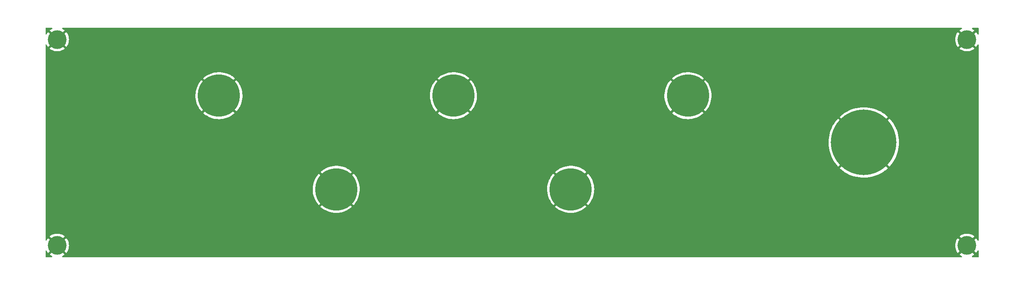
<source format=gbr>
G04 #@! TF.GenerationSoftware,KiCad,Pcbnew,(6.0.5)*
G04 #@! TF.CreationDate,2022-06-09T22:20:49-05:00*
G04 #@! TF.ProjectId,KosmoVoltsPanel,4b6f736d-6f56-46f6-9c74-7350616e656c,rev?*
G04 #@! TF.SameCoordinates,Original*
G04 #@! TF.FileFunction,Copper,L1,Top*
G04 #@! TF.FilePolarity,Positive*
%FSLAX46Y46*%
G04 Gerber Fmt 4.6, Leading zero omitted, Abs format (unit mm)*
G04 Created by KiCad (PCBNEW (6.0.5)) date 2022-06-09 22:20:49*
%MOMM*%
%LPD*%
G01*
G04 APERTURE LIST*
G04 #@! TA.AperFunction,ComponentPad*
%ADD10C,4.000000*%
G04 #@! TD*
G04 #@! TA.AperFunction,ComponentPad*
%ADD11C,9.000000*%
G04 #@! TD*
G04 #@! TA.AperFunction,ComponentPad*
%ADD12C,14.000000*%
G04 #@! TD*
G04 APERTURE END LIST*
D10*
X33000000Y-78000000D03*
X33000000Y-122000000D03*
D11*
X92500000Y-110000000D03*
X117500000Y-90000000D03*
D10*
X227000000Y-78000000D03*
D11*
X167500000Y-90000000D03*
X67500000Y-90000000D03*
D10*
X227000000Y-122000000D03*
D12*
X205000000Y-100000000D03*
D11*
X142500000Y-110000000D03*
G04 #@! TA.AperFunction,Conductor*
G36*
X31903424Y-75528502D02*
G01*
X31949917Y-75582158D01*
X31960021Y-75652432D01*
X31930527Y-75717012D01*
X31896004Y-75744915D01*
X31656961Y-75876330D01*
X31650281Y-75880570D01*
X31427177Y-76042664D01*
X31418754Y-76053587D01*
X31425658Y-76066448D01*
X32987188Y-77627978D01*
X33001132Y-77635592D01*
X33002965Y-77635461D01*
X33009580Y-77631210D01*
X34574666Y-76066124D01*
X34581279Y-76054013D01*
X34572452Y-76042395D01*
X34349719Y-75880570D01*
X34343039Y-75876330D01*
X34103996Y-75744915D01*
X34053937Y-75694569D01*
X34039044Y-75625152D01*
X34064045Y-75558703D01*
X34121002Y-75516319D01*
X34164697Y-75508500D01*
X225835303Y-75508500D01*
X225903424Y-75528502D01*
X225949917Y-75582158D01*
X225960021Y-75652432D01*
X225930527Y-75717012D01*
X225896004Y-75744915D01*
X225656961Y-75876330D01*
X225650281Y-75880570D01*
X225427177Y-76042664D01*
X225418754Y-76053587D01*
X225425658Y-76066448D01*
X226987188Y-77627978D01*
X227001132Y-77635592D01*
X227002965Y-77635461D01*
X227009580Y-77631210D01*
X228574666Y-76066124D01*
X228581279Y-76054013D01*
X228572452Y-76042395D01*
X228349719Y-75880570D01*
X228343039Y-75876330D01*
X228103996Y-75744915D01*
X228053937Y-75694569D01*
X228039044Y-75625152D01*
X228064045Y-75558703D01*
X228121002Y-75516319D01*
X228164697Y-75508500D01*
X229365500Y-75508500D01*
X229433621Y-75528502D01*
X229480114Y-75582158D01*
X229491500Y-75634500D01*
X229491500Y-76840640D01*
X229471498Y-76908761D01*
X229417842Y-76955254D01*
X229347568Y-76965358D01*
X229282988Y-76935864D01*
X229251492Y-76894288D01*
X229203810Y-76792959D01*
X229199999Y-76786026D01*
X229035149Y-76526264D01*
X229030505Y-76519871D01*
X228955503Y-76429210D01*
X228942986Y-76420755D01*
X228932248Y-76426962D01*
X227372022Y-77987188D01*
X227364408Y-78001132D01*
X227364539Y-78002965D01*
X227368790Y-78009580D01*
X228931145Y-79571935D01*
X228944407Y-79579177D01*
X228954512Y-79571988D01*
X229030505Y-79480129D01*
X229035149Y-79473736D01*
X229199999Y-79213974D01*
X229203810Y-79207041D01*
X229251492Y-79105712D01*
X229298594Y-79052591D01*
X229366939Y-79033368D01*
X229434827Y-79054147D01*
X229480704Y-79108330D01*
X229491500Y-79159360D01*
X229491500Y-120840640D01*
X229471498Y-120908761D01*
X229417842Y-120955254D01*
X229347568Y-120965358D01*
X229282988Y-120935864D01*
X229251492Y-120894288D01*
X229203810Y-120792959D01*
X229199999Y-120786026D01*
X229035149Y-120526264D01*
X229030505Y-120519871D01*
X228955503Y-120429210D01*
X228942986Y-120420755D01*
X228932248Y-120426962D01*
X227372022Y-121987188D01*
X227364408Y-122001132D01*
X227364539Y-122002965D01*
X227368790Y-122009580D01*
X228931145Y-123571935D01*
X228944407Y-123579177D01*
X228954512Y-123571988D01*
X229030505Y-123480129D01*
X229035149Y-123473736D01*
X229199999Y-123213974D01*
X229203810Y-123207041D01*
X229251492Y-123105712D01*
X229298594Y-123052591D01*
X229366939Y-123033368D01*
X229434827Y-123054147D01*
X229480704Y-123108330D01*
X229491500Y-123159360D01*
X229491500Y-124365500D01*
X229471498Y-124433621D01*
X229417842Y-124480114D01*
X229365500Y-124491500D01*
X228164697Y-124491500D01*
X228096576Y-124471498D01*
X228050083Y-124417842D01*
X228039979Y-124347568D01*
X228069473Y-124282988D01*
X228103996Y-124255085D01*
X228343039Y-124123670D01*
X228349719Y-124119430D01*
X228572823Y-123957336D01*
X228581246Y-123946413D01*
X228574342Y-123933552D01*
X227012812Y-122372022D01*
X226998868Y-122364408D01*
X226997035Y-122364539D01*
X226990420Y-122368790D01*
X225425334Y-123933876D01*
X225418721Y-123945987D01*
X225427548Y-123957605D01*
X225650281Y-124119430D01*
X225656961Y-124123670D01*
X225896004Y-124255085D01*
X225946063Y-124305431D01*
X225960956Y-124374848D01*
X225935955Y-124441297D01*
X225878998Y-124483681D01*
X225835303Y-124491500D01*
X34164697Y-124491500D01*
X34096576Y-124471498D01*
X34050083Y-124417842D01*
X34039979Y-124347568D01*
X34069473Y-124282988D01*
X34103996Y-124255085D01*
X34343039Y-124123670D01*
X34349719Y-124119430D01*
X34572823Y-123957336D01*
X34581246Y-123946413D01*
X34574342Y-123933552D01*
X33012812Y-122372022D01*
X32998868Y-122364408D01*
X32997035Y-122364539D01*
X32990420Y-122368790D01*
X31425334Y-123933876D01*
X31418721Y-123945987D01*
X31427548Y-123957605D01*
X31650281Y-124119430D01*
X31656961Y-124123670D01*
X31896004Y-124255085D01*
X31946063Y-124305431D01*
X31960956Y-124374848D01*
X31935955Y-124441297D01*
X31878998Y-124483681D01*
X31835303Y-124491500D01*
X30634500Y-124491500D01*
X30566379Y-124471498D01*
X30519886Y-124417842D01*
X30508500Y-124365500D01*
X30508500Y-123159360D01*
X30528502Y-123091239D01*
X30582158Y-123044746D01*
X30652432Y-123034642D01*
X30717012Y-123064136D01*
X30748508Y-123105712D01*
X30796190Y-123207041D01*
X30800001Y-123213974D01*
X30964851Y-123473736D01*
X30969495Y-123480129D01*
X31044497Y-123570790D01*
X31057014Y-123579245D01*
X31067752Y-123573038D01*
X32627978Y-122012812D01*
X32634356Y-122001132D01*
X33364408Y-122001132D01*
X33364539Y-122002965D01*
X33368790Y-122009580D01*
X34931145Y-123571935D01*
X34944407Y-123579177D01*
X34954512Y-123571988D01*
X35030505Y-123480129D01*
X35035149Y-123473736D01*
X35199999Y-123213974D01*
X35203811Y-123207041D01*
X35334801Y-122928672D01*
X35337716Y-122921309D01*
X35432783Y-122628723D01*
X35434754Y-122621046D01*
X35492400Y-122318855D01*
X35493393Y-122310994D01*
X35512710Y-122003958D01*
X224487290Y-122003958D01*
X224506607Y-122310994D01*
X224507600Y-122318855D01*
X224565246Y-122621046D01*
X224567217Y-122628723D01*
X224662284Y-122921309D01*
X224665199Y-122928672D01*
X224796189Y-123207041D01*
X224800001Y-123213974D01*
X224964851Y-123473736D01*
X224969495Y-123480129D01*
X225044497Y-123570790D01*
X225057014Y-123579245D01*
X225067752Y-123573038D01*
X226627978Y-122012812D01*
X226635592Y-121998868D01*
X226635461Y-121997035D01*
X226631210Y-121990420D01*
X225068855Y-120428065D01*
X225055593Y-120420823D01*
X225045488Y-120428012D01*
X224969495Y-120519871D01*
X224964851Y-120526264D01*
X224800001Y-120786026D01*
X224796189Y-120792959D01*
X224665199Y-121071328D01*
X224662284Y-121078691D01*
X224567217Y-121371277D01*
X224565246Y-121378954D01*
X224507600Y-121681145D01*
X224506607Y-121689006D01*
X224487290Y-121996042D01*
X224487290Y-122003958D01*
X35512710Y-122003958D01*
X35512710Y-121996042D01*
X35493393Y-121689006D01*
X35492400Y-121681145D01*
X35434754Y-121378954D01*
X35432783Y-121371277D01*
X35337716Y-121078691D01*
X35334801Y-121071328D01*
X35203811Y-120792959D01*
X35199999Y-120786026D01*
X35035149Y-120526264D01*
X35030505Y-120519871D01*
X34955503Y-120429210D01*
X34942986Y-120420755D01*
X34932248Y-120426962D01*
X33372022Y-121987188D01*
X33364408Y-122001132D01*
X32634356Y-122001132D01*
X32635592Y-121998868D01*
X32635461Y-121997035D01*
X32631210Y-121990420D01*
X31068855Y-120428065D01*
X31055593Y-120420823D01*
X31045488Y-120428012D01*
X30969495Y-120519871D01*
X30964851Y-120526264D01*
X30800001Y-120786026D01*
X30796190Y-120792959D01*
X30748508Y-120894288D01*
X30701406Y-120947409D01*
X30633061Y-120966632D01*
X30565173Y-120945853D01*
X30519296Y-120891670D01*
X30508500Y-120840640D01*
X30508500Y-120053587D01*
X31418754Y-120053587D01*
X31425658Y-120066448D01*
X32987188Y-121627978D01*
X33001132Y-121635592D01*
X33002965Y-121635461D01*
X33009580Y-121631210D01*
X34574666Y-120066124D01*
X34581279Y-120054013D01*
X34580955Y-120053587D01*
X225418754Y-120053587D01*
X225425658Y-120066448D01*
X226987188Y-121627978D01*
X227001132Y-121635592D01*
X227002965Y-121635461D01*
X227009580Y-121631210D01*
X228574666Y-120066124D01*
X228581279Y-120054013D01*
X228572452Y-120042395D01*
X228349719Y-119880570D01*
X228343039Y-119876330D01*
X228073428Y-119728110D01*
X228066293Y-119724753D01*
X227780230Y-119611492D01*
X227772704Y-119609047D01*
X227474721Y-119532538D01*
X227466950Y-119531055D01*
X227161722Y-119492497D01*
X227153831Y-119492000D01*
X226846169Y-119492000D01*
X226838278Y-119492497D01*
X226533050Y-119531055D01*
X226525279Y-119532538D01*
X226227296Y-119609047D01*
X226219770Y-119611492D01*
X225933707Y-119724753D01*
X225926572Y-119728110D01*
X225656961Y-119876330D01*
X225650281Y-119880570D01*
X225427177Y-120042664D01*
X225418754Y-120053587D01*
X34580955Y-120053587D01*
X34572452Y-120042395D01*
X34349719Y-119880570D01*
X34343039Y-119876330D01*
X34073428Y-119728110D01*
X34066293Y-119724753D01*
X33780230Y-119611492D01*
X33772704Y-119609047D01*
X33474721Y-119532538D01*
X33466950Y-119531055D01*
X33161722Y-119492497D01*
X33153831Y-119492000D01*
X32846169Y-119492000D01*
X32838278Y-119492497D01*
X32533050Y-119531055D01*
X32525279Y-119532538D01*
X32227296Y-119609047D01*
X32219770Y-119611492D01*
X31933707Y-119724753D01*
X31926572Y-119728110D01*
X31656961Y-119876330D01*
X31650281Y-119880570D01*
X31427177Y-120042664D01*
X31418754Y-120053587D01*
X30508500Y-120053587D01*
X30508500Y-113717924D01*
X89147616Y-113717924D01*
X89147665Y-113718616D01*
X89153111Y-113726781D01*
X89242226Y-113810027D01*
X89246503Y-113813681D01*
X89593829Y-114084553D01*
X89598386Y-114087792D01*
X89968432Y-114326727D01*
X89973261Y-114329549D01*
X90363048Y-114534626D01*
X90368150Y-114537027D01*
X90774633Y-114706647D01*
X90779888Y-114708570D01*
X91199860Y-114841389D01*
X91205259Y-114842836D01*
X91635375Y-114937796D01*
X91640886Y-114938758D01*
X92077749Y-114995110D01*
X92083312Y-114995577D01*
X92523453Y-115012869D01*
X92529045Y-115012840D01*
X92968965Y-114990940D01*
X92974548Y-114990412D01*
X93410788Y-114929490D01*
X93416275Y-114928473D01*
X93845381Y-114829012D01*
X93850767Y-114827508D01*
X94269333Y-114690296D01*
X94274550Y-114688324D01*
X94679260Y-114514447D01*
X94684303Y-114512009D01*
X95071943Y-114302850D01*
X95076747Y-114299975D01*
X95444239Y-114057198D01*
X95448802Y-114053883D01*
X95793266Y-113779393D01*
X95797481Y-113775716D01*
X95845286Y-113730112D01*
X95852319Y-113717924D01*
X139147616Y-113717924D01*
X139147665Y-113718616D01*
X139153111Y-113726781D01*
X139242226Y-113810027D01*
X139246503Y-113813681D01*
X139593829Y-114084553D01*
X139598386Y-114087792D01*
X139968432Y-114326727D01*
X139973261Y-114329549D01*
X140363048Y-114534626D01*
X140368150Y-114537027D01*
X140774633Y-114706647D01*
X140779888Y-114708570D01*
X141199860Y-114841389D01*
X141205259Y-114842836D01*
X141635375Y-114937796D01*
X141640886Y-114938758D01*
X142077749Y-114995110D01*
X142083312Y-114995577D01*
X142523453Y-115012869D01*
X142529045Y-115012840D01*
X142968965Y-114990940D01*
X142974548Y-114990412D01*
X143410788Y-114929490D01*
X143416275Y-114928473D01*
X143845381Y-114829012D01*
X143850767Y-114827508D01*
X144269333Y-114690296D01*
X144274550Y-114688324D01*
X144679260Y-114514447D01*
X144684303Y-114512009D01*
X145071943Y-114302850D01*
X145076747Y-114299975D01*
X145444239Y-114057198D01*
X145448802Y-114053883D01*
X145793266Y-113779393D01*
X145797481Y-113775716D01*
X145845286Y-113730112D01*
X145853226Y-113716352D01*
X145853176Y-113715307D01*
X145848285Y-113707495D01*
X142512812Y-110372022D01*
X142498868Y-110364408D01*
X142497035Y-110364539D01*
X142490420Y-110368790D01*
X139155230Y-113703980D01*
X139147616Y-113717924D01*
X95852319Y-113717924D01*
X95853226Y-113716352D01*
X95853176Y-113715307D01*
X95848285Y-113707495D01*
X92512812Y-110372022D01*
X92498868Y-110364408D01*
X92497035Y-110364539D01*
X92490420Y-110368790D01*
X89155230Y-113703980D01*
X89147616Y-113717924D01*
X30508500Y-113717924D01*
X30508500Y-109871585D01*
X87488722Y-109871585D01*
X87496793Y-110311981D01*
X87497143Y-110317547D01*
X87544333Y-110755491D01*
X87545180Y-110761030D01*
X87631112Y-111193042D01*
X87632441Y-111198453D01*
X87756444Y-111621138D01*
X87758250Y-111626413D01*
X87919326Y-112036377D01*
X87921608Y-112041501D01*
X88118485Y-112435516D01*
X88121209Y-112440409D01*
X88352333Y-112815363D01*
X88355484Y-112819999D01*
X88619031Y-113172931D01*
X88622564Y-113177248D01*
X88771583Y-113343625D01*
X88785079Y-113351989D01*
X88794491Y-113346299D01*
X92127978Y-110012812D01*
X92134356Y-110001132D01*
X92864408Y-110001132D01*
X92864539Y-110002965D01*
X92868790Y-110009580D01*
X96203870Y-113344660D01*
X96217631Y-113352174D01*
X96226992Y-113345716D01*
X96410483Y-113136482D01*
X96413988Y-113132109D01*
X96673825Y-112776435D01*
X96676920Y-112771777D01*
X96904101Y-112394431D01*
X96906782Y-112389492D01*
X97099515Y-111993455D01*
X97101750Y-111988289D01*
X97258519Y-111576675D01*
X97260275Y-111571363D01*
X97379838Y-111147427D01*
X97381114Y-111141991D01*
X97462520Y-110709092D01*
X97463307Y-110703555D01*
X97505963Y-110264580D01*
X97506236Y-110260143D01*
X97512990Y-110002234D01*
X97512948Y-109997762D01*
X97507329Y-109871585D01*
X137488722Y-109871585D01*
X137496793Y-110311981D01*
X137497143Y-110317547D01*
X137544333Y-110755491D01*
X137545180Y-110761030D01*
X137631112Y-111193042D01*
X137632441Y-111198453D01*
X137756444Y-111621138D01*
X137758250Y-111626413D01*
X137919326Y-112036377D01*
X137921608Y-112041501D01*
X138118485Y-112435516D01*
X138121209Y-112440409D01*
X138352333Y-112815363D01*
X138355484Y-112819999D01*
X138619031Y-113172931D01*
X138622564Y-113177248D01*
X138771583Y-113343625D01*
X138785079Y-113351989D01*
X138794491Y-113346299D01*
X142127978Y-110012812D01*
X142134356Y-110001132D01*
X142864408Y-110001132D01*
X142864539Y-110002965D01*
X142868790Y-110009580D01*
X146203870Y-113344660D01*
X146217631Y-113352174D01*
X146226992Y-113345716D01*
X146410483Y-113136482D01*
X146413988Y-113132109D01*
X146673825Y-112776435D01*
X146676920Y-112771777D01*
X146904101Y-112394431D01*
X146906782Y-112389492D01*
X147099515Y-111993455D01*
X147101750Y-111988289D01*
X147258519Y-111576675D01*
X147260275Y-111571363D01*
X147379838Y-111147427D01*
X147381114Y-111141991D01*
X147462520Y-110709092D01*
X147463307Y-110703555D01*
X147505963Y-110264580D01*
X147506236Y-110260143D01*
X147512990Y-110002234D01*
X147512948Y-109997762D01*
X147493327Y-109557177D01*
X147492829Y-109551590D01*
X147434193Y-109115047D01*
X147433200Y-109109524D01*
X147335990Y-108679920D01*
X147334517Y-108674533D01*
X147199499Y-108255261D01*
X147197544Y-108250003D01*
X147025801Y-107844419D01*
X147023382Y-107839348D01*
X146816253Y-107450614D01*
X146813418Y-107445819D01*
X146572538Y-107077013D01*
X146569287Y-107072489D01*
X146296582Y-106726564D01*
X146292934Y-106722338D01*
X146229587Y-106655233D01*
X146215871Y-106647222D01*
X146215000Y-106647259D01*
X146206923Y-106652287D01*
X142872022Y-109987188D01*
X142864408Y-110001132D01*
X142134356Y-110001132D01*
X142135592Y-109998868D01*
X142135461Y-109997035D01*
X142131210Y-109990420D01*
X138793542Y-106652752D01*
X138780234Y-106645485D01*
X138770195Y-106652607D01*
X138508756Y-106966953D01*
X138505361Y-106971425D01*
X138254932Y-107333765D01*
X138251953Y-107338515D01*
X138034719Y-107721695D01*
X138032188Y-107726662D01*
X137849866Y-108127656D01*
X137847788Y-108132824D01*
X137701840Y-108548426D01*
X137700219Y-108553795D01*
X137591798Y-108980705D01*
X137590664Y-108986178D01*
X137520621Y-109421044D01*
X137519976Y-109426622D01*
X137488869Y-109865964D01*
X137488722Y-109871585D01*
X97507329Y-109871585D01*
X97493327Y-109557177D01*
X97492829Y-109551590D01*
X97434193Y-109115047D01*
X97433200Y-109109524D01*
X97335990Y-108679920D01*
X97334517Y-108674533D01*
X97199499Y-108255261D01*
X97197544Y-108250003D01*
X97025801Y-107844419D01*
X97023382Y-107839348D01*
X96816253Y-107450614D01*
X96813418Y-107445819D01*
X96572538Y-107077013D01*
X96569287Y-107072489D01*
X96296582Y-106726564D01*
X96292934Y-106722338D01*
X96229587Y-106655233D01*
X96215871Y-106647222D01*
X96215000Y-106647259D01*
X96206923Y-106652287D01*
X92872022Y-109987188D01*
X92864408Y-110001132D01*
X92134356Y-110001132D01*
X92135592Y-109998868D01*
X92135461Y-109997035D01*
X92131210Y-109990420D01*
X88793542Y-106652752D01*
X88780234Y-106645485D01*
X88770195Y-106652607D01*
X88508756Y-106966953D01*
X88505361Y-106971425D01*
X88254932Y-107333765D01*
X88251953Y-107338515D01*
X88034719Y-107721695D01*
X88032188Y-107726662D01*
X87849866Y-108127656D01*
X87847788Y-108132824D01*
X87701840Y-108548426D01*
X87700219Y-108553795D01*
X87591798Y-108980705D01*
X87590664Y-108986178D01*
X87520621Y-109421044D01*
X87519976Y-109426622D01*
X87488869Y-109865964D01*
X87488722Y-109871585D01*
X30508500Y-109871585D01*
X30508500Y-106282502D01*
X89146077Y-106282502D01*
X89152184Y-106292974D01*
X92487188Y-109627978D01*
X92501132Y-109635592D01*
X92502965Y-109635461D01*
X92509580Y-109631210D01*
X95844435Y-106296355D01*
X95851998Y-106282505D01*
X95851996Y-106282502D01*
X139146077Y-106282502D01*
X139152184Y-106292974D01*
X142487188Y-109627978D01*
X142501132Y-109635592D01*
X142502965Y-109635461D01*
X142509580Y-109631210D01*
X145844435Y-106296355D01*
X145851998Y-106282505D01*
X145845671Y-106273283D01*
X145656913Y-106105992D01*
X145652551Y-106102459D01*
X145298262Y-105840778D01*
X145293609Y-105837651D01*
X144917453Y-105608495D01*
X144912536Y-105605791D01*
X144671860Y-105487102D01*
X199878438Y-105487102D01*
X199878462Y-105487441D01*
X199884285Y-105496073D01*
X200128991Y-105719913D01*
X200132445Y-105722852D01*
X200550430Y-106053550D01*
X200554067Y-106056222D01*
X200994618Y-106356182D01*
X200998446Y-106358593D01*
X201459337Y-106626300D01*
X201463309Y-106628421D01*
X201942148Y-106862483D01*
X201946284Y-106864325D01*
X202440627Y-107063551D01*
X202444871Y-107065087D01*
X202952218Y-107228467D01*
X202956539Y-107229689D01*
X203474254Y-107356374D01*
X203478695Y-107357294D01*
X204004141Y-107446637D01*
X204008595Y-107447232D01*
X204539106Y-107498782D01*
X204543579Y-107499056D01*
X205076427Y-107512543D01*
X205080930Y-107512496D01*
X205613352Y-107487853D01*
X205617836Y-107487485D01*
X206147152Y-107424836D01*
X206151591Y-107424149D01*
X206675087Y-107323814D01*
X206679446Y-107322815D01*
X207194414Y-107185311D01*
X207198727Y-107183992D01*
X207702525Y-107010028D01*
X207706740Y-107008402D01*
X208196805Y-106798866D01*
X208200892Y-106796943D01*
X208674731Y-106552900D01*
X208678658Y-106550696D01*
X209133828Y-106273404D01*
X209137624Y-106270901D01*
X209571786Y-105961788D01*
X209575372Y-105959036D01*
X209986362Y-105619640D01*
X209989705Y-105616672D01*
X210113630Y-105498453D01*
X210121568Y-105484695D01*
X210121518Y-105483649D01*
X210116625Y-105475835D01*
X205012812Y-100372022D01*
X204998868Y-100364408D01*
X204997035Y-100364539D01*
X204990420Y-100368790D01*
X199886052Y-105473158D01*
X199878438Y-105487102D01*
X144671860Y-105487102D01*
X144517488Y-105410974D01*
X144512379Y-105408732D01*
X144101563Y-105249799D01*
X144096273Y-105248019D01*
X143672954Y-105126234D01*
X143667530Y-105124932D01*
X143235068Y-105041261D01*
X143229539Y-105040445D01*
X142791353Y-104995550D01*
X142785771Y-104995228D01*
X142345346Y-104989463D01*
X142339735Y-104989639D01*
X141900541Y-105023048D01*
X141894984Y-105023720D01*
X141460504Y-105096037D01*
X141455007Y-105097205D01*
X141028680Y-105207858D01*
X141023314Y-105209510D01*
X140608509Y-105357622D01*
X140603321Y-105359739D01*
X140203311Y-105544147D01*
X140198342Y-105546711D01*
X139816308Y-105765948D01*
X139811575Y-105768951D01*
X139450545Y-106021278D01*
X139446104Y-106024686D01*
X139154521Y-106269785D01*
X139146077Y-106282502D01*
X95851996Y-106282502D01*
X95845671Y-106273283D01*
X95656913Y-106105992D01*
X95652551Y-106102459D01*
X95298262Y-105840778D01*
X95293609Y-105837651D01*
X94917453Y-105608495D01*
X94912536Y-105605791D01*
X94517488Y-105410974D01*
X94512379Y-105408732D01*
X94101563Y-105249799D01*
X94096273Y-105248019D01*
X93672954Y-105126234D01*
X93667530Y-105124932D01*
X93235068Y-105041261D01*
X93229539Y-105040445D01*
X92791353Y-104995550D01*
X92785771Y-104995228D01*
X92345346Y-104989463D01*
X92339735Y-104989639D01*
X91900541Y-105023048D01*
X91894984Y-105023720D01*
X91460504Y-105096037D01*
X91455007Y-105097205D01*
X91028680Y-105207858D01*
X91023314Y-105209510D01*
X90608509Y-105357622D01*
X90603321Y-105359739D01*
X90203311Y-105544147D01*
X90198342Y-105546711D01*
X89816308Y-105765948D01*
X89811575Y-105768951D01*
X89450545Y-106021278D01*
X89446104Y-106024686D01*
X89154521Y-106269785D01*
X89146077Y-106282502D01*
X30508500Y-106282502D01*
X30508500Y-100050201D01*
X197487236Y-100050201D01*
X197487267Y-100054699D01*
X197510052Y-100587215D01*
X197510404Y-100591696D01*
X197571206Y-101121240D01*
X197571874Y-101125659D01*
X197670381Y-101649497D01*
X197671370Y-101653884D01*
X197807070Y-102169308D01*
X197808381Y-102173648D01*
X197980581Y-102678039D01*
X197982188Y-102682249D01*
X198190028Y-103173079D01*
X198191917Y-103177129D01*
X198434314Y-103651836D01*
X198436507Y-103655776D01*
X198712217Y-104111925D01*
X198714678Y-104115685D01*
X199022290Y-104550947D01*
X199025036Y-104554552D01*
X199362987Y-104966712D01*
X199365944Y-104970066D01*
X199501751Y-105113428D01*
X199515482Y-105121415D01*
X199516410Y-105121374D01*
X199524399Y-105116391D01*
X204627978Y-100012812D01*
X204634356Y-100001132D01*
X205364408Y-100001132D01*
X205364539Y-100002965D01*
X205368790Y-100009580D01*
X210473389Y-105114179D01*
X210487333Y-105121793D01*
X210487556Y-105121778D01*
X210496338Y-105115831D01*
X210736905Y-104850987D01*
X210739793Y-104847570D01*
X211069044Y-104428414D01*
X211071701Y-104424771D01*
X211370130Y-103983164D01*
X211372526Y-103979329D01*
X211638617Y-103517514D01*
X211640726Y-103513531D01*
X211873116Y-103033878D01*
X211874941Y-103029741D01*
X212072446Y-102534690D01*
X212073961Y-102530460D01*
X212235567Y-102022549D01*
X212236781Y-102018202D01*
X212361661Y-101500034D01*
X212362555Y-101495638D01*
X212450064Y-100969885D01*
X212450649Y-100965380D01*
X212500363Y-100434517D01*
X212500613Y-100430439D01*
X212512954Y-100002024D01*
X212512939Y-99997967D01*
X212493866Y-99465096D01*
X212493544Y-99460601D01*
X212436442Y-98930662D01*
X212435800Y-98926211D01*
X212340955Y-98401710D01*
X212339999Y-98397327D01*
X212207892Y-97880933D01*
X212206630Y-97876645D01*
X212037938Y-97371015D01*
X212036370Y-97366818D01*
X211831966Y-96874558D01*
X211830088Y-96870456D01*
X211591023Y-96394094D01*
X211588855Y-96390133D01*
X211316347Y-95932090D01*
X211313891Y-95928279D01*
X211009331Y-95490890D01*
X211006624Y-95487284D01*
X210671552Y-95072765D01*
X210668609Y-95069380D01*
X210498034Y-94886780D01*
X210484361Y-94878698D01*
X210483667Y-94878724D01*
X210475320Y-94883890D01*
X205372022Y-99987188D01*
X205364408Y-100001132D01*
X204634356Y-100001132D01*
X204635592Y-99998868D01*
X204635461Y-99997035D01*
X204631210Y-99990420D01*
X199527007Y-94886217D01*
X199513063Y-94878603D01*
X199512606Y-94878635D01*
X199504130Y-94884332D01*
X199297104Y-95109077D01*
X199294190Y-95112477D01*
X198962015Y-95529331D01*
X198959344Y-95532941D01*
X198657831Y-95972465D01*
X198655409Y-95976283D01*
X198386107Y-96436216D01*
X198383964Y-96440196D01*
X198148233Y-96918211D01*
X198146376Y-96922343D01*
X197945427Y-97415984D01*
X197943874Y-97420230D01*
X197778729Y-97926984D01*
X197777484Y-97931326D01*
X197648991Y-98448608D01*
X197648067Y-98452991D01*
X197556885Y-98978152D01*
X197556274Y-98982609D01*
X197502873Y-99512930D01*
X197502583Y-99517413D01*
X197487236Y-100050201D01*
X30508500Y-100050201D01*
X30508500Y-93717924D01*
X64147616Y-93717924D01*
X64147665Y-93718616D01*
X64153111Y-93726781D01*
X64242226Y-93810027D01*
X64246503Y-93813681D01*
X64593829Y-94084553D01*
X64598386Y-94087792D01*
X64968432Y-94326727D01*
X64973261Y-94329549D01*
X65363048Y-94534626D01*
X65368150Y-94537027D01*
X65774633Y-94706647D01*
X65779888Y-94708570D01*
X66199860Y-94841389D01*
X66205259Y-94842836D01*
X66635375Y-94937796D01*
X66640886Y-94938758D01*
X67077749Y-94995110D01*
X67083312Y-94995577D01*
X67523453Y-95012869D01*
X67529045Y-95012840D01*
X67968965Y-94990940D01*
X67974548Y-94990412D01*
X68410788Y-94929490D01*
X68416275Y-94928473D01*
X68845381Y-94829012D01*
X68850767Y-94827508D01*
X69269333Y-94690296D01*
X69274550Y-94688324D01*
X69679260Y-94514447D01*
X69684303Y-94512009D01*
X70071943Y-94302850D01*
X70076747Y-94299975D01*
X70444239Y-94057198D01*
X70448802Y-94053883D01*
X70793266Y-93779393D01*
X70797481Y-93775716D01*
X70845286Y-93730112D01*
X70852319Y-93717924D01*
X114147616Y-93717924D01*
X114147665Y-93718616D01*
X114153111Y-93726781D01*
X114242226Y-93810027D01*
X114246503Y-93813681D01*
X114593829Y-94084553D01*
X114598386Y-94087792D01*
X114968432Y-94326727D01*
X114973261Y-94329549D01*
X115363048Y-94534626D01*
X115368150Y-94537027D01*
X115774633Y-94706647D01*
X115779888Y-94708570D01*
X116199860Y-94841389D01*
X116205259Y-94842836D01*
X116635375Y-94937796D01*
X116640886Y-94938758D01*
X117077749Y-94995110D01*
X117083312Y-94995577D01*
X117523453Y-95012869D01*
X117529045Y-95012840D01*
X117968965Y-94990940D01*
X117974548Y-94990412D01*
X118410788Y-94929490D01*
X118416275Y-94928473D01*
X118845381Y-94829012D01*
X118850767Y-94827508D01*
X119269333Y-94690296D01*
X119274550Y-94688324D01*
X119679260Y-94514447D01*
X119684303Y-94512009D01*
X120071943Y-94302850D01*
X120076747Y-94299975D01*
X120444239Y-94057198D01*
X120448802Y-94053883D01*
X120793266Y-93779393D01*
X120797481Y-93775716D01*
X120845286Y-93730112D01*
X120852319Y-93717924D01*
X164147616Y-93717924D01*
X164147665Y-93718616D01*
X164153111Y-93726781D01*
X164242226Y-93810027D01*
X164246503Y-93813681D01*
X164593829Y-94084553D01*
X164598386Y-94087792D01*
X164968432Y-94326727D01*
X164973261Y-94329549D01*
X165363048Y-94534626D01*
X165368150Y-94537027D01*
X165774633Y-94706647D01*
X165779888Y-94708570D01*
X166199860Y-94841389D01*
X166205259Y-94842836D01*
X166635375Y-94937796D01*
X166640886Y-94938758D01*
X167077749Y-94995110D01*
X167083312Y-94995577D01*
X167523453Y-95012869D01*
X167529045Y-95012840D01*
X167968965Y-94990940D01*
X167974548Y-94990412D01*
X168410788Y-94929490D01*
X168416275Y-94928473D01*
X168845381Y-94829012D01*
X168850767Y-94827508D01*
X169269333Y-94690296D01*
X169274550Y-94688324D01*
X169676597Y-94515591D01*
X199878674Y-94515591D01*
X199878707Y-94516404D01*
X199883783Y-94524573D01*
X204987188Y-99627978D01*
X205001132Y-99635592D01*
X205002965Y-99635461D01*
X205009580Y-99631210D01*
X210113682Y-94527108D01*
X210121296Y-94513164D01*
X210121255Y-94512590D01*
X210115684Y-94504268D01*
X209910818Y-94314228D01*
X209907387Y-94311267D01*
X209491729Y-93977666D01*
X209488115Y-93974972D01*
X209049654Y-93671933D01*
X209045835Y-93669490D01*
X208586846Y-93398585D01*
X208582877Y-93396430D01*
X208105679Y-93159028D01*
X208101575Y-93157166D01*
X207608610Y-92954483D01*
X207604395Y-92952924D01*
X207098199Y-92786006D01*
X207093883Y-92784752D01*
X206577042Y-92654451D01*
X206572665Y-92653513D01*
X206047822Y-92560496D01*
X206043365Y-92559870D01*
X205513241Y-92504620D01*
X205508747Y-92504313D01*
X204976027Y-92487107D01*
X204971530Y-92487122D01*
X204438927Y-92508048D01*
X204434451Y-92508384D01*
X203904713Y-92567336D01*
X203900261Y-92567994D01*
X203376106Y-92664667D01*
X203371701Y-92665643D01*
X202855801Y-92799545D01*
X202851490Y-92800830D01*
X202346471Y-92971278D01*
X202342259Y-92972870D01*
X201850723Y-93178988D01*
X201846647Y-93180871D01*
X201371109Y-93421605D01*
X201367158Y-93423786D01*
X200910063Y-93697893D01*
X200906267Y-93700358D01*
X200469930Y-94006452D01*
X200466347Y-94009162D01*
X200053007Y-94345674D01*
X200049617Y-94348642D01*
X199886708Y-94501891D01*
X199878674Y-94515591D01*
X169676597Y-94515591D01*
X169679260Y-94514447D01*
X169684303Y-94512009D01*
X170071943Y-94302850D01*
X170076747Y-94299975D01*
X170444239Y-94057198D01*
X170448802Y-94053883D01*
X170793266Y-93779393D01*
X170797481Y-93775716D01*
X170845286Y-93730112D01*
X170853226Y-93716352D01*
X170853176Y-93715307D01*
X170848285Y-93707495D01*
X167512812Y-90372022D01*
X167498868Y-90364408D01*
X167497035Y-90364539D01*
X167490420Y-90368790D01*
X164155230Y-93703980D01*
X164147616Y-93717924D01*
X120852319Y-93717924D01*
X120853226Y-93716352D01*
X120853176Y-93715307D01*
X120848285Y-93707495D01*
X117512812Y-90372022D01*
X117498868Y-90364408D01*
X117497035Y-90364539D01*
X117490420Y-90368790D01*
X114155230Y-93703980D01*
X114147616Y-93717924D01*
X70852319Y-93717924D01*
X70853226Y-93716352D01*
X70853176Y-93715307D01*
X70848285Y-93707495D01*
X67512812Y-90372022D01*
X67498868Y-90364408D01*
X67497035Y-90364539D01*
X67490420Y-90368790D01*
X64155230Y-93703980D01*
X64147616Y-93717924D01*
X30508500Y-93717924D01*
X30508500Y-89871585D01*
X62488722Y-89871585D01*
X62496793Y-90311981D01*
X62497143Y-90317547D01*
X62544333Y-90755491D01*
X62545180Y-90761030D01*
X62631112Y-91193042D01*
X62632441Y-91198453D01*
X62756444Y-91621138D01*
X62758250Y-91626413D01*
X62919326Y-92036377D01*
X62921608Y-92041501D01*
X63118485Y-92435516D01*
X63121209Y-92440409D01*
X63352333Y-92815363D01*
X63355484Y-92819999D01*
X63619031Y-93172931D01*
X63622564Y-93177248D01*
X63771583Y-93343625D01*
X63785079Y-93351989D01*
X63794491Y-93346299D01*
X67127978Y-90012812D01*
X67134356Y-90001132D01*
X67864408Y-90001132D01*
X67864539Y-90002965D01*
X67868790Y-90009580D01*
X71203870Y-93344660D01*
X71217631Y-93352174D01*
X71226992Y-93345716D01*
X71410483Y-93136482D01*
X71413988Y-93132109D01*
X71673825Y-92776435D01*
X71676920Y-92771777D01*
X71904101Y-92394431D01*
X71906782Y-92389492D01*
X72099515Y-91993455D01*
X72101750Y-91988289D01*
X72258519Y-91576675D01*
X72260275Y-91571363D01*
X72379838Y-91147427D01*
X72381114Y-91141991D01*
X72462520Y-90709092D01*
X72463307Y-90703555D01*
X72505963Y-90264580D01*
X72506236Y-90260143D01*
X72512990Y-90002234D01*
X72512948Y-89997762D01*
X72507329Y-89871585D01*
X112488722Y-89871585D01*
X112496793Y-90311981D01*
X112497143Y-90317547D01*
X112544333Y-90755491D01*
X112545180Y-90761030D01*
X112631112Y-91193042D01*
X112632441Y-91198453D01*
X112756444Y-91621138D01*
X112758250Y-91626413D01*
X112919326Y-92036377D01*
X112921608Y-92041501D01*
X113118485Y-92435516D01*
X113121209Y-92440409D01*
X113352333Y-92815363D01*
X113355484Y-92819999D01*
X113619031Y-93172931D01*
X113622564Y-93177248D01*
X113771583Y-93343625D01*
X113785079Y-93351989D01*
X113794491Y-93346299D01*
X117127978Y-90012812D01*
X117134356Y-90001132D01*
X117864408Y-90001132D01*
X117864539Y-90002965D01*
X117868790Y-90009580D01*
X121203870Y-93344660D01*
X121217631Y-93352174D01*
X121226992Y-93345716D01*
X121410483Y-93136482D01*
X121413988Y-93132109D01*
X121673825Y-92776435D01*
X121676920Y-92771777D01*
X121904101Y-92394431D01*
X121906782Y-92389492D01*
X122099515Y-91993455D01*
X122101750Y-91988289D01*
X122258519Y-91576675D01*
X122260275Y-91571363D01*
X122379838Y-91147427D01*
X122381114Y-91141991D01*
X122462520Y-90709092D01*
X122463307Y-90703555D01*
X122505963Y-90264580D01*
X122506236Y-90260143D01*
X122512990Y-90002234D01*
X122512948Y-89997762D01*
X122507329Y-89871585D01*
X162488722Y-89871585D01*
X162496793Y-90311981D01*
X162497143Y-90317547D01*
X162544333Y-90755491D01*
X162545180Y-90761030D01*
X162631112Y-91193042D01*
X162632441Y-91198453D01*
X162756444Y-91621138D01*
X162758250Y-91626413D01*
X162919326Y-92036377D01*
X162921608Y-92041501D01*
X163118485Y-92435516D01*
X163121209Y-92440409D01*
X163352333Y-92815363D01*
X163355484Y-92819999D01*
X163619031Y-93172931D01*
X163622564Y-93177248D01*
X163771583Y-93343625D01*
X163785079Y-93351989D01*
X163794491Y-93346299D01*
X167127978Y-90012812D01*
X167134356Y-90001132D01*
X167864408Y-90001132D01*
X167864539Y-90002965D01*
X167868790Y-90009580D01*
X171203870Y-93344660D01*
X171217631Y-93352174D01*
X171226992Y-93345716D01*
X171410483Y-93136482D01*
X171413988Y-93132109D01*
X171673825Y-92776435D01*
X171676920Y-92771777D01*
X171904101Y-92394431D01*
X171906782Y-92389492D01*
X172099515Y-91993455D01*
X172101750Y-91988289D01*
X172258519Y-91576675D01*
X172260275Y-91571363D01*
X172379838Y-91147427D01*
X172381114Y-91141991D01*
X172462520Y-90709092D01*
X172463307Y-90703555D01*
X172505963Y-90264580D01*
X172506236Y-90260143D01*
X172512990Y-90002234D01*
X172512948Y-89997762D01*
X172493327Y-89557177D01*
X172492829Y-89551590D01*
X172434193Y-89115047D01*
X172433200Y-89109524D01*
X172335990Y-88679920D01*
X172334517Y-88674533D01*
X172199499Y-88255261D01*
X172197544Y-88250003D01*
X172025801Y-87844419D01*
X172023382Y-87839348D01*
X171816253Y-87450614D01*
X171813418Y-87445819D01*
X171572538Y-87077013D01*
X171569287Y-87072489D01*
X171296582Y-86726564D01*
X171292934Y-86722338D01*
X171229587Y-86655233D01*
X171215871Y-86647222D01*
X171215000Y-86647259D01*
X171206923Y-86652287D01*
X167872022Y-89987188D01*
X167864408Y-90001132D01*
X167134356Y-90001132D01*
X167135592Y-89998868D01*
X167135461Y-89997035D01*
X167131210Y-89990420D01*
X163793542Y-86652752D01*
X163780234Y-86645485D01*
X163770195Y-86652607D01*
X163508756Y-86966953D01*
X163505361Y-86971425D01*
X163254932Y-87333765D01*
X163251953Y-87338515D01*
X163034719Y-87721695D01*
X163032188Y-87726662D01*
X162849866Y-88127656D01*
X162847788Y-88132824D01*
X162701840Y-88548426D01*
X162700219Y-88553795D01*
X162591798Y-88980705D01*
X162590664Y-88986178D01*
X162520621Y-89421044D01*
X162519976Y-89426622D01*
X162488869Y-89865964D01*
X162488722Y-89871585D01*
X122507329Y-89871585D01*
X122493327Y-89557177D01*
X122492829Y-89551590D01*
X122434193Y-89115047D01*
X122433200Y-89109524D01*
X122335990Y-88679920D01*
X122334517Y-88674533D01*
X122199499Y-88255261D01*
X122197544Y-88250003D01*
X122025801Y-87844419D01*
X122023382Y-87839348D01*
X121816253Y-87450614D01*
X121813418Y-87445819D01*
X121572538Y-87077013D01*
X121569287Y-87072489D01*
X121296582Y-86726564D01*
X121292934Y-86722338D01*
X121229587Y-86655233D01*
X121215871Y-86647222D01*
X121215000Y-86647259D01*
X121206923Y-86652287D01*
X117872022Y-89987188D01*
X117864408Y-90001132D01*
X117134356Y-90001132D01*
X117135592Y-89998868D01*
X117135461Y-89997035D01*
X117131210Y-89990420D01*
X113793542Y-86652752D01*
X113780234Y-86645485D01*
X113770195Y-86652607D01*
X113508756Y-86966953D01*
X113505361Y-86971425D01*
X113254932Y-87333765D01*
X113251953Y-87338515D01*
X113034719Y-87721695D01*
X113032188Y-87726662D01*
X112849866Y-88127656D01*
X112847788Y-88132824D01*
X112701840Y-88548426D01*
X112700219Y-88553795D01*
X112591798Y-88980705D01*
X112590664Y-88986178D01*
X112520621Y-89421044D01*
X112519976Y-89426622D01*
X112488869Y-89865964D01*
X112488722Y-89871585D01*
X72507329Y-89871585D01*
X72493327Y-89557177D01*
X72492829Y-89551590D01*
X72434193Y-89115047D01*
X72433200Y-89109524D01*
X72335990Y-88679920D01*
X72334517Y-88674533D01*
X72199499Y-88255261D01*
X72197544Y-88250003D01*
X72025801Y-87844419D01*
X72023382Y-87839348D01*
X71816253Y-87450614D01*
X71813418Y-87445819D01*
X71572538Y-87077013D01*
X71569287Y-87072489D01*
X71296582Y-86726564D01*
X71292934Y-86722338D01*
X71229587Y-86655233D01*
X71215871Y-86647222D01*
X71215000Y-86647259D01*
X71206923Y-86652287D01*
X67872022Y-89987188D01*
X67864408Y-90001132D01*
X67134356Y-90001132D01*
X67135592Y-89998868D01*
X67135461Y-89997035D01*
X67131210Y-89990420D01*
X63793542Y-86652752D01*
X63780234Y-86645485D01*
X63770195Y-86652607D01*
X63508756Y-86966953D01*
X63505361Y-86971425D01*
X63254932Y-87333765D01*
X63251953Y-87338515D01*
X63034719Y-87721695D01*
X63032188Y-87726662D01*
X62849866Y-88127656D01*
X62847788Y-88132824D01*
X62701840Y-88548426D01*
X62700219Y-88553795D01*
X62591798Y-88980705D01*
X62590664Y-88986178D01*
X62520621Y-89421044D01*
X62519976Y-89426622D01*
X62488869Y-89865964D01*
X62488722Y-89871585D01*
X30508500Y-89871585D01*
X30508500Y-86282502D01*
X64146077Y-86282502D01*
X64152184Y-86292974D01*
X67487188Y-89627978D01*
X67501132Y-89635592D01*
X67502965Y-89635461D01*
X67509580Y-89631210D01*
X70844435Y-86296355D01*
X70851998Y-86282505D01*
X70851996Y-86282502D01*
X114146077Y-86282502D01*
X114152184Y-86292974D01*
X117487188Y-89627978D01*
X117501132Y-89635592D01*
X117502965Y-89635461D01*
X117509580Y-89631210D01*
X120844435Y-86296355D01*
X120851998Y-86282505D01*
X120851996Y-86282502D01*
X164146077Y-86282502D01*
X164152184Y-86292974D01*
X167487188Y-89627978D01*
X167501132Y-89635592D01*
X167502965Y-89635461D01*
X167509580Y-89631210D01*
X170844435Y-86296355D01*
X170851998Y-86282505D01*
X170845671Y-86273283D01*
X170656913Y-86105992D01*
X170652551Y-86102459D01*
X170298262Y-85840778D01*
X170293609Y-85837651D01*
X169917453Y-85608495D01*
X169912536Y-85605791D01*
X169517488Y-85410974D01*
X169512379Y-85408732D01*
X169101563Y-85249799D01*
X169096273Y-85248019D01*
X168672954Y-85126234D01*
X168667530Y-85124932D01*
X168235068Y-85041261D01*
X168229539Y-85040445D01*
X167791353Y-84995550D01*
X167785771Y-84995228D01*
X167345346Y-84989463D01*
X167339735Y-84989639D01*
X166900541Y-85023048D01*
X166894984Y-85023720D01*
X166460504Y-85096037D01*
X166455007Y-85097205D01*
X166028680Y-85207858D01*
X166023314Y-85209510D01*
X165608509Y-85357622D01*
X165603321Y-85359739D01*
X165203311Y-85544147D01*
X165198342Y-85546711D01*
X164816308Y-85765948D01*
X164811575Y-85768951D01*
X164450545Y-86021278D01*
X164446104Y-86024686D01*
X164154521Y-86269785D01*
X164146077Y-86282502D01*
X120851996Y-86282502D01*
X120845671Y-86273283D01*
X120656913Y-86105992D01*
X120652551Y-86102459D01*
X120298262Y-85840778D01*
X120293609Y-85837651D01*
X119917453Y-85608495D01*
X119912536Y-85605791D01*
X119517488Y-85410974D01*
X119512379Y-85408732D01*
X119101563Y-85249799D01*
X119096273Y-85248019D01*
X118672954Y-85126234D01*
X118667530Y-85124932D01*
X118235068Y-85041261D01*
X118229539Y-85040445D01*
X117791353Y-84995550D01*
X117785771Y-84995228D01*
X117345346Y-84989463D01*
X117339735Y-84989639D01*
X116900541Y-85023048D01*
X116894984Y-85023720D01*
X116460504Y-85096037D01*
X116455007Y-85097205D01*
X116028680Y-85207858D01*
X116023314Y-85209510D01*
X115608509Y-85357622D01*
X115603321Y-85359739D01*
X115203311Y-85544147D01*
X115198342Y-85546711D01*
X114816308Y-85765948D01*
X114811575Y-85768951D01*
X114450545Y-86021278D01*
X114446104Y-86024686D01*
X114154521Y-86269785D01*
X114146077Y-86282502D01*
X70851996Y-86282502D01*
X70845671Y-86273283D01*
X70656913Y-86105992D01*
X70652551Y-86102459D01*
X70298262Y-85840778D01*
X70293609Y-85837651D01*
X69917453Y-85608495D01*
X69912536Y-85605791D01*
X69517488Y-85410974D01*
X69512379Y-85408732D01*
X69101563Y-85249799D01*
X69096273Y-85248019D01*
X68672954Y-85126234D01*
X68667530Y-85124932D01*
X68235068Y-85041261D01*
X68229539Y-85040445D01*
X67791353Y-84995550D01*
X67785771Y-84995228D01*
X67345346Y-84989463D01*
X67339735Y-84989639D01*
X66900541Y-85023048D01*
X66894984Y-85023720D01*
X66460504Y-85096037D01*
X66455007Y-85097205D01*
X66028680Y-85207858D01*
X66023314Y-85209510D01*
X65608509Y-85357622D01*
X65603321Y-85359739D01*
X65203311Y-85544147D01*
X65198342Y-85546711D01*
X64816308Y-85765948D01*
X64811575Y-85768951D01*
X64450545Y-86021278D01*
X64446104Y-86024686D01*
X64154521Y-86269785D01*
X64146077Y-86282502D01*
X30508500Y-86282502D01*
X30508500Y-79945987D01*
X31418721Y-79945987D01*
X31427548Y-79957605D01*
X31650281Y-80119430D01*
X31656961Y-80123670D01*
X31926572Y-80271890D01*
X31933707Y-80275247D01*
X32219770Y-80388508D01*
X32227296Y-80390953D01*
X32525279Y-80467462D01*
X32533050Y-80468945D01*
X32838278Y-80507503D01*
X32846169Y-80508000D01*
X33153831Y-80508000D01*
X33161722Y-80507503D01*
X33466950Y-80468945D01*
X33474721Y-80467462D01*
X33772704Y-80390953D01*
X33780230Y-80388508D01*
X34066293Y-80275247D01*
X34073428Y-80271890D01*
X34343039Y-80123670D01*
X34349719Y-80119430D01*
X34572823Y-79957336D01*
X34581246Y-79946413D01*
X34581017Y-79945987D01*
X225418721Y-79945987D01*
X225427548Y-79957605D01*
X225650281Y-80119430D01*
X225656961Y-80123670D01*
X225926572Y-80271890D01*
X225933707Y-80275247D01*
X226219770Y-80388508D01*
X226227296Y-80390953D01*
X226525279Y-80467462D01*
X226533050Y-80468945D01*
X226838278Y-80507503D01*
X226846169Y-80508000D01*
X227153831Y-80508000D01*
X227161722Y-80507503D01*
X227466950Y-80468945D01*
X227474721Y-80467462D01*
X227772704Y-80390953D01*
X227780230Y-80388508D01*
X228066293Y-80275247D01*
X228073428Y-80271890D01*
X228343039Y-80123670D01*
X228349719Y-80119430D01*
X228572823Y-79957336D01*
X228581246Y-79946413D01*
X228574342Y-79933552D01*
X227012812Y-78372022D01*
X226998868Y-78364408D01*
X226997035Y-78364539D01*
X226990420Y-78368790D01*
X225425334Y-79933876D01*
X225418721Y-79945987D01*
X34581017Y-79945987D01*
X34574342Y-79933552D01*
X33012812Y-78372022D01*
X32998868Y-78364408D01*
X32997035Y-78364539D01*
X32990420Y-78368790D01*
X31425334Y-79933876D01*
X31418721Y-79945987D01*
X30508500Y-79945987D01*
X30508500Y-79159360D01*
X30528502Y-79091239D01*
X30582158Y-79044746D01*
X30652432Y-79034642D01*
X30717012Y-79064136D01*
X30748508Y-79105712D01*
X30796190Y-79207041D01*
X30800001Y-79213974D01*
X30964851Y-79473736D01*
X30969495Y-79480129D01*
X31044497Y-79570790D01*
X31057014Y-79579245D01*
X31067752Y-79573038D01*
X32627978Y-78012812D01*
X32634356Y-78001132D01*
X33364408Y-78001132D01*
X33364539Y-78002965D01*
X33368790Y-78009580D01*
X34931145Y-79571935D01*
X34944407Y-79579177D01*
X34954512Y-79571988D01*
X35030505Y-79480129D01*
X35035149Y-79473736D01*
X35199999Y-79213974D01*
X35203811Y-79207041D01*
X35334801Y-78928672D01*
X35337716Y-78921309D01*
X35432783Y-78628723D01*
X35434754Y-78621046D01*
X35492400Y-78318855D01*
X35493393Y-78310994D01*
X35512710Y-78003958D01*
X224487290Y-78003958D01*
X224506607Y-78310994D01*
X224507600Y-78318855D01*
X224565246Y-78621046D01*
X224567217Y-78628723D01*
X224662284Y-78921309D01*
X224665199Y-78928672D01*
X224796189Y-79207041D01*
X224800001Y-79213974D01*
X224964851Y-79473736D01*
X224969495Y-79480129D01*
X225044497Y-79570790D01*
X225057014Y-79579245D01*
X225067752Y-79573038D01*
X226627978Y-78012812D01*
X226635592Y-77998868D01*
X226635461Y-77997035D01*
X226631210Y-77990420D01*
X225068855Y-76428065D01*
X225055593Y-76420823D01*
X225045488Y-76428012D01*
X224969495Y-76519871D01*
X224964851Y-76526264D01*
X224800001Y-76786026D01*
X224796189Y-76792959D01*
X224665199Y-77071328D01*
X224662284Y-77078691D01*
X224567217Y-77371277D01*
X224565246Y-77378954D01*
X224507600Y-77681145D01*
X224506607Y-77689006D01*
X224487290Y-77996042D01*
X224487290Y-78003958D01*
X35512710Y-78003958D01*
X35512710Y-77996042D01*
X35493393Y-77689006D01*
X35492400Y-77681145D01*
X35434754Y-77378954D01*
X35432783Y-77371277D01*
X35337716Y-77078691D01*
X35334801Y-77071328D01*
X35203811Y-76792959D01*
X35199999Y-76786026D01*
X35035149Y-76526264D01*
X35030505Y-76519871D01*
X34955503Y-76429210D01*
X34942986Y-76420755D01*
X34932248Y-76426962D01*
X33372022Y-77987188D01*
X33364408Y-78001132D01*
X32634356Y-78001132D01*
X32635592Y-77998868D01*
X32635461Y-77997035D01*
X32631210Y-77990420D01*
X31068855Y-76428065D01*
X31055593Y-76420823D01*
X31045488Y-76428012D01*
X30969495Y-76519871D01*
X30964851Y-76526264D01*
X30800001Y-76786026D01*
X30796190Y-76792959D01*
X30748508Y-76894288D01*
X30701406Y-76947409D01*
X30633061Y-76966632D01*
X30565173Y-76945853D01*
X30519296Y-76891670D01*
X30508500Y-76840640D01*
X30508500Y-75634500D01*
X30528502Y-75566379D01*
X30582158Y-75519886D01*
X30634500Y-75508500D01*
X31835303Y-75508500D01*
X31903424Y-75528502D01*
G37*
G04 #@! TD.AperFunction*
M02*

</source>
